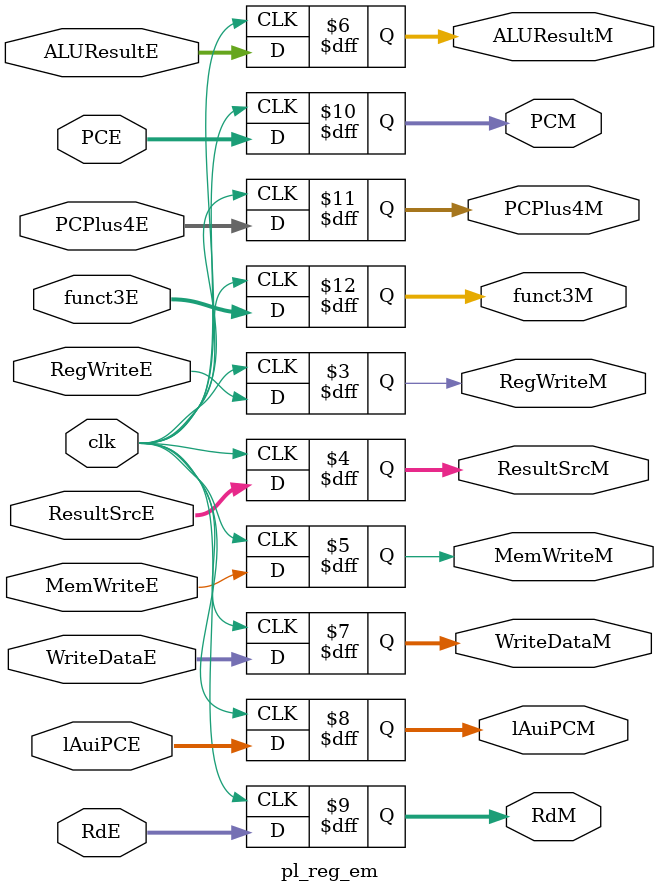
<source format=v>


module pl_reg_em (
    input             clk,
	 input				 RegWriteE, 
	 input		[ 1:0] ResultSrcE,
	 input				 MemWriteE,
	 
	 input      [31:0] ALUResultE, WriteDataE, lAuiPCE,
	 input		[ 4:0] RdE,
	 input		[31:0] PCE, PCPlus4E,
	 input      [ 2:0] funct3E, 

	 output	reg		  RegWriteM, 
	 output	reg [ 1:0] ResultSrcM,
	 output	reg		  MemWriteM,
	 
	 output reg [31:0] ALUResultM, WriteDataM, lAuiPCM,
	 output reg [ 4:0] RdM,
	 output reg [31:0] PCM, PCPlus4M,
	 output reg [ 2:0] funct3M
);

initial begin

	 RegWriteM = 0; ResultSrcM = 0; MemWriteM = 0; ALUResultM = 0; WriteDataM = 0; RdM = 0; PCPlus4M = 0; PCM = 0; lAuiPCM = 0; funct3M = 0;
end

always @(posedge clk) begin
	 RegWriteM <= RegWriteE; 
	 ResultSrcM <= ResultSrcE; 
	 MemWriteM <= MemWriteE; 
	 ALUResultM <= ALUResultE; 
	 WriteDataM <= WriteDataE; 
	 RdM <= RdE; 
	 PCM <= PCE;
	 PCPlus4M <= PCPlus4E;
	 lAuiPCM <= lAuiPCE;
	 funct3M <= funct3E;
end

endmodule


</source>
